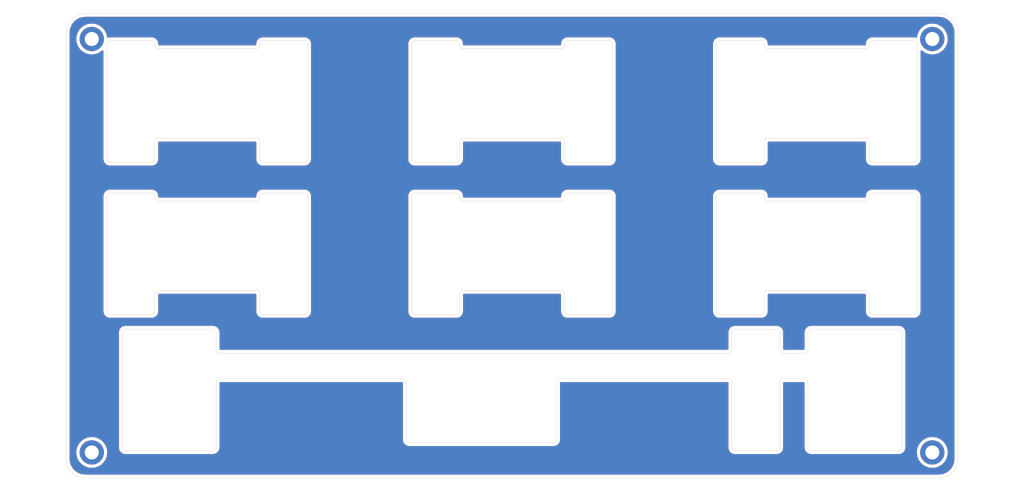
<source format=kicad_pcb>
(kicad_pcb (version 20171130) (host pcbnew "(5.1.10)-1")
  (layers (0 F.Cu signal) (31 B.Cu signal) (34 B.Paste user) (35 F.Paste user) (36 B.SilkS user) (37 F.SilkS user) (38 B.Mask user) (39 F.Mask user) (44 Edge.Cuts user))
  (net 0 "")
  (module MountingHole:MountingHole_2.2mm_M2_DIN965_Pad (layer F.Cu) (at 196.612 59.225)
    (fp_text reference REF** hide)
    (fp_text value MountingHole_2.2mm_M2_DIN965_Pad)
    (pad 1 thru_hole circle (at 0 0) (size 3.8 3.8) (drill 2.2) (layers *.Cu *.Mask))
  )
  (module MountingHole:MountingHole_2.2mm_M2_DIN965_Pad (layer F.Cu) (at 196.612 123.900001)
    (fp_text reference REF** hide)
    (fp_text value MountingHole_2.2mm_M2_DIN965_Pad)
    (pad 1 thru_hole circle (at 0 0) (size 3.8 3.8) (drill 2.2) (layers *.Cu *.Mask))
  )
  (module MountingHole:MountingHole_2.2mm_M2_DIN965_Pad (layer F.Cu) (at 65.262 123.900001)
    (fp_text reference REF** hide)
    (fp_text value MountingHole_2.2mm_M2_DIN965_Pad)
    (pad 1 thru_hole circle (at 0 0) (size 3.8 3.8) (drill 2.2) (layers *.Cu *.Mask))
  )
  (module MountingHole:MountingHole_2.2mm_M2_DIN965_Pad (layer F.Cu) (at 65.261999 59.225)
    (fp_text reference REF** hide)
    (fp_text value MountingHole_2.2mm_M2_DIN965_Pad)
    (pad 1 thru_hole circle (at 0 0) (size 3.8 3.8) (drill 2.2) (layers *.Cu *.Mask))
  )
  (gr_line (start 191.374999 123.625) (end 177.686999 123.625) (layer Edge.Cuts) (width 0.05))
  (gr_line (start 191.874999 105.125) (end 191.874999 123.125) (layer Edge.Cuts) (width 0.05))
  (gr_line (start 191.374999 104.625) (end 177.686999 104.625) (layer Edge.Cuts) (width 0.05))
  (gr_arc (start 191.374999 105.125) (end 191.874999 105.125) (angle -90) (layer Edge.Cuts) (width 0.05))
  (gr_arc (start 191.374999 123.125) (end 191.374999 123.625) (angle -90) (layer Edge.Cuts) (width 0.05))
  (gr_line (start 177.186999 112.875) (end 177.186999 123.125) (layer Edge.Cuts) (width 0.05))
  (gr_line (start 177.186999 105.125) (end 177.186999 107.875) (layer Edge.Cuts) (width 0.05))
  (gr_arc (start 177.686999 105.125) (end 177.686999 104.625) (angle -90) (layer Edge.Cuts) (width 0.05))
  (gr_arc (start 177.686999 123.125) (end 177.186999 123.125) (angle -90) (layer Edge.Cuts) (width 0.05))
  (gr_line (start 172.786999 112.875) (end 172.786999 123.125001) (layer Edge.Cuts) (width 0.05))
  (gr_line (start 172.786999 105.125001) (end 172.786999 107.875) (layer Edge.Cuts) (width 0.05))
  (gr_line (start 176.686999 108.375) (end 173.286999 108.375) (layer Edge.Cuts) (width 0.05))
  (gr_line (start 176.686999 112.375) (end 173.286999 112.375) (layer Edge.Cuts) (width 0.05))
  (gr_arc (start 176.686999 112.875) (end 177.186999 112.875) (angle -90) (layer Edge.Cuts) (width 0.05))
  (gr_arc (start 176.686999 107.875) (end 176.686999 108.375) (angle -90) (layer Edge.Cuts) (width 0.05))
  (gr_arc (start 173.286999 107.875) (end 172.786999 107.875) (angle -90) (layer Edge.Cuts) (width 0.05))
  (gr_arc (start 173.286999 112.875) (end 173.286999 112.375) (angle -90) (layer Edge.Cuts) (width 0.05))
  (gr_line (start 165.786999 104.625001) (end 172.286999 104.625001) (layer Edge.Cuts) (width 0.05))
  (gr_line (start 165.286999 107.875) (end 165.286999 105.125001) (layer Edge.Cuts) (width 0.05))
  (gr_line (start 165.286999 123.125001) (end 165.286999 112.875) (layer Edge.Cuts) (width 0.05))
  (gr_line (start 165.786999 123.625001) (end 172.286999 123.625001) (layer Edge.Cuts) (width 0.05))
  (gr_arc (start 165.786999 123.125001) (end 165.286999 123.125001) (angle -90) (layer Edge.Cuts) (width 0.05))
  (gr_arc (start 172.286999 123.125001) (end 172.286999 123.625001) (angle -90) (layer Edge.Cuts) (width 0.05))
  (gr_arc (start 172.286999 105.125001) (end 172.786999 105.125001) (angle -90) (layer Edge.Cuts) (width 0.05))
  (gr_arc (start 165.786999 105.125001) (end 165.786999 104.625001) (angle -90) (layer Edge.Cuts) (width 0.05))
  (gr_arc (start 164.786999 107.875) (end 164.786999 108.375) (angle -90) (layer Edge.Cuts) (width 0.05))
  (gr_arc (start 164.786999 112.875) (end 165.286999 112.875) (angle -90) (layer Edge.Cuts) (width 0.05))
  (gr_line (start 164.786999 112.375) (end 138.411999 112.375001) (layer Edge.Cuts) (width 0.05))
  (gr_line (start 114.411999 121.875001) (end 114.411999 112.875001) (layer Edge.Cuts) (width 0.05))
  (gr_line (start 137.411999 122.375001) (end 114.911999 122.375001) (layer Edge.Cuts) (width 0.05))
  (gr_line (start 137.911999 112.875001) (end 137.911999 121.875001) (layer Edge.Cuts) (width 0.05))
  (gr_arc (start 138.411999 112.875001) (end 138.411999 112.375001) (angle -90) (layer Edge.Cuts) (width 0.05))
  (gr_arc (start 137.411999 121.875001) (end 137.411999 122.375001) (angle -90) (layer Edge.Cuts) (width 0.05))
  (gr_arc (start 114.911999 121.875001) (end 114.411999 121.875001) (angle -90) (layer Edge.Cuts) (width 0.05))
  (gr_line (start 164.786999 108.375) (end 85.187 108.375001) (layer Edge.Cuts) (width 0.05))
  (gr_line (start 84.687 107.875001) (end 84.687 105.125001) (layer Edge.Cuts) (width 0.05))
  (gr_line (start 84.687 112.875001) (end 84.687 123.125001) (layer Edge.Cuts) (width 0.05))
  (gr_line (start 113.911999 112.375001) (end 85.187 112.375001) (layer Edge.Cuts) (width 0.05))
  (gr_arc (start 113.911999 112.875001) (end 114.411999 112.875001) (angle -90) (layer Edge.Cuts) (width 0.05))
  (gr_arc (start 85.187 107.875001) (end 84.687 107.875001) (angle -90) (layer Edge.Cuts) (width 0.05))
  (gr_arc (start 85.187 112.875001) (end 85.187 112.375001) (angle -90) (layer Edge.Cuts) (width 0.05))
  (gr_line (start 70.536999 123.625) (end 84.187 123.625001) (layer Edge.Cuts) (width 0.05))
  (gr_arc (start 84.187 123.125001) (end 84.187 123.625001) (angle -90) (layer Edge.Cuts) (width 0.05))
  (gr_line (start 84.187 104.625001) (end 70.536999 104.625) (layer Edge.Cuts) (width 0.05))
  (gr_arc (start 84.187 105.125001) (end 84.687 105.125001) (angle -90) (layer Edge.Cuts) (width 0.05))
  (gr_line (start 70.036999 123.125) (end 70.036999 105.125) (layer Edge.Cuts) (width 0.05))
  (gr_arc (start 70.536999 123.125) (end 70.036999 123.125) (angle -90) (layer Edge.Cuts) (width 0.05))
  (gr_arc (start 70.536999 105.125) (end 70.536999 104.625) (angle -90) (layer Edge.Cuts) (width 0.05))
  (gr_arc (start 163.374001 101.812501) (end 162.874001 101.812501) (angle -90) (layer Edge.Cuts) (width 0.05))
  (gr_line (start 170.374001 83.812501) (end 170.374002 84.0625) (layer Edge.Cuts) (width 0.05))
  (gr_arc (start 169.874001 101.812501) (end 169.874001 102.312501) (angle -90) (layer Edge.Cuts) (width 0.05))
  (gr_arc (start 186.250002 84.062501) (end 186.250002 84.562501) (angle -90) (layer Edge.Cuts) (width 0.05))
  (gr_arc (start 169.874001 83.812501) (end 170.374001 83.812501) (angle -90) (layer Edge.Cuts) (width 0.05))
  (gr_line (start 186.250002 98.562501) (end 170.874002 98.5625) (layer Edge.Cuts) (width 0.05))
  (gr_line (start 163.374001 102.312501) (end 169.874001 102.312501) (layer Edge.Cuts) (width 0.05))
  (gr_line (start 170.374002 99.0625) (end 170.374001 101.812501) (layer Edge.Cuts) (width 0.05))
  (gr_line (start 138.625002 98.562501) (end 123.249002 98.5625) (layer Edge.Cuts) (width 0.05))
  (gr_line (start 68.124 102.312501) (end 74.624 102.312501) (layer Edge.Cuts) (width 0.05))
  (gr_line (start 122.749002 99.0625) (end 122.749001 101.812501) (layer Edge.Cuts) (width 0.05))
  (gr_arc (start 68.124 101.812501) (end 67.624 101.812501) (angle -90) (layer Edge.Cuts) (width 0.05))
  (gr_line (start 91.000001 98.562501) (end 75.624001 98.5625) (layer Edge.Cuts) (width 0.05))
  (gr_line (start 139.125002 84.062501) (end 139.125002 83.812501) (layer Edge.Cuts) (width 0.05))
  (gr_line (start 75.124001 99.0625) (end 75.124 101.812501) (layer Edge.Cuts) (width 0.05))
  (gr_line (start 146.625002 83.812501) (end 146.625002 101.812501) (layer Edge.Cuts) (width 0.05))
  (gr_arc (start 163.374001 83.812501) (end 163.374001 83.312501) (angle -90) (layer Edge.Cuts) (width 0.05))
  (gr_arc (start 74.624 83.812501) (end 75.124 83.812501) (angle -90) (layer Edge.Cuts) (width 0.05))
  (gr_line (start 186.750002 84.062501) (end 186.750002 83.812501) (layer Edge.Cuts) (width 0.05))
  (gr_line (start 115.749001 102.312501) (end 122.249001 102.312501) (layer Edge.Cuts) (width 0.05))
  (gr_arc (start 123.249002 84.0625) (end 122.749002 84.0625) (angle -90) (layer Edge.Cuts) (width 0.05))
  (gr_arc (start 74.624 101.812501) (end 74.624 102.312501) (angle -90) (layer Edge.Cuts) (width 0.05))
  (gr_line (start 163.374001 83.312501) (end 169.874001 83.312501) (layer Edge.Cuts) (width 0.05))
  (gr_line (start 186.750002 101.812501) (end 186.750002 99.062501) (layer Edge.Cuts) (width 0.05))
  (gr_line (start 75.124 83.812501) (end 75.124001 84.0625) (layer Edge.Cuts) (width 0.05))
  (gr_arc (start 91.000001 84.062501) (end 91.000001 84.562501) (angle -90) (layer Edge.Cuts) (width 0.05))
  (gr_line (start 170.874002 84.5625) (end 186.250002 84.562501) (layer Edge.Cuts) (width 0.05))
  (gr_arc (start 123.249002 99.0625) (end 123.249002 98.5625) (angle -90) (layer Edge.Cuts) (width 0.05))
  (gr_arc (start 115.749001 101.812501) (end 115.249001 101.812501) (angle -90) (layer Edge.Cuts) (width 0.05))
  (gr_line (start 115.249001 101.812501) (end 115.249001 83.812501) (layer Edge.Cuts) (width 0.05))
  (gr_line (start 115.749001 83.312501) (end 122.249001 83.312501) (layer Edge.Cuts) (width 0.05))
  (gr_line (start 123.249002 84.5625) (end 138.625002 84.562501) (layer Edge.Cuts) (width 0.05))
  (gr_line (start 139.125002 101.812501) (end 139.125002 99.062501) (layer Edge.Cuts) (width 0.05))
  (gr_arc (start 75.624001 99.0625) (end 75.624001 98.5625) (angle -90) (layer Edge.Cuts) (width 0.05))
  (gr_arc (start 138.625002 99.062501) (end 139.125002 99.062501) (angle -90) (layer Edge.Cuts) (width 0.05))
  (gr_line (start 67.624 101.812501) (end 67.624 83.812501) (layer Edge.Cuts) (width 0.05))
  (gr_arc (start 146.125002 83.812501) (end 146.625002 83.812501) (angle -90) (layer Edge.Cuts) (width 0.05))
  (gr_arc (start 193.750002 83.812501) (end 194.250002 83.812501) (angle -90) (layer Edge.Cuts) (width 0.05))
  (gr_arc (start 75.624001 84.0625) (end 75.124001 84.0625) (angle -90) (layer Edge.Cuts) (width 0.05))
  (gr_line (start 146.125002 102.312501) (end 139.625002 102.312501) (layer Edge.Cuts) (width 0.05))
  (gr_arc (start 139.625002 83.812501) (end 139.625002 83.312501) (angle -90) (layer Edge.Cuts) (width 0.05))
  (gr_arc (start 146.125002 101.812501) (end 146.125002 102.312501) (angle -90) (layer Edge.Cuts) (width 0.05))
  (gr_line (start 92.000001 83.312501) (end 98.500001 83.312501) (layer Edge.Cuts) (width 0.05))
  (gr_line (start 68.124 83.312501) (end 74.624 83.312501) (layer Edge.Cuts) (width 0.05))
  (gr_line (start 98.500001 102.312501) (end 92.000001 102.312501) (layer Edge.Cuts) (width 0.05))
  (gr_arc (start 92.000001 101.812501) (end 91.500001 101.812501) (angle -90) (layer Edge.Cuts) (width 0.05))
  (gr_line (start 122.749001 83.812501) (end 122.749002 84.0625) (layer Edge.Cuts) (width 0.05))
  (gr_line (start 139.625002 83.312501) (end 146.125002 83.312501) (layer Edge.Cuts) (width 0.05))
  (gr_arc (start 115.749001 83.812501) (end 115.749001 83.312501) (angle -90) (layer Edge.Cuts) (width 0.05))
  (gr_arc (start 170.874002 99.0625) (end 170.874002 98.5625) (angle -90) (layer Edge.Cuts) (width 0.05))
  (gr_line (start 99.000001 83.812501) (end 99.000001 101.812501) (layer Edge.Cuts) (width 0.05))
  (gr_line (start 194.250002 83.812501) (end 194.250002 101.812501) (layer Edge.Cuts) (width 0.05))
  (gr_line (start 91.500001 101.812501) (end 91.500001 99.062501) (layer Edge.Cuts) (width 0.05))
  (gr_arc (start 92.000001 83.812501) (end 92.000001 83.312501) (angle -90) (layer Edge.Cuts) (width 0.05))
  (gr_line (start 193.750002 102.312501) (end 187.250002 102.312501) (layer Edge.Cuts) (width 0.05))
  (gr_arc (start 187.250002 101.812501) (end 186.750002 101.812501) (angle -90) (layer Edge.Cuts) (width 0.05))
  (gr_arc (start 68.124 83.812501) (end 68.124 83.312501) (angle -90) (layer Edge.Cuts) (width 0.05))
  (gr_arc (start 91.000001 99.062501) (end 91.500001 99.062501) (angle -90) (layer Edge.Cuts) (width 0.05))
  (gr_line (start 75.624001 84.5625) (end 91.000001 84.562501) (layer Edge.Cuts) (width 0.05))
  (gr_arc (start 122.249001 83.812501) (end 122.749001 83.812501) (angle -90) (layer Edge.Cuts) (width 0.05))
  (gr_arc (start 98.500001 83.812501) (end 99.000001 83.812501) (angle -90) (layer Edge.Cuts) (width 0.05))
  (gr_arc (start 139.625002 101.812501) (end 139.125002 101.812501) (angle -90) (layer Edge.Cuts) (width 0.05))
  (gr_arc (start 98.500001 101.812501) (end 98.500001 102.312501) (angle -90) (layer Edge.Cuts) (width 0.05))
  (gr_arc (start 187.250002 83.812501) (end 187.250002 83.312501) (angle -90) (layer Edge.Cuts) (width 0.05))
  (gr_line (start 91.500001 84.062501) (end 91.500001 83.812501) (layer Edge.Cuts) (width 0.05))
  (gr_line (start 162.874001 101.812501) (end 162.874001 83.812501) (layer Edge.Cuts) (width 0.05))
  (gr_arc (start 170.874002 84.0625) (end 170.374002 84.0625) (angle -90) (layer Edge.Cuts) (width 0.05))
  (gr_arc (start 138.625002 84.062501) (end 138.625002 84.562501) (angle -90) (layer Edge.Cuts) (width 0.05))
  (gr_line (start 187.250002 83.312501) (end 193.750002 83.312501) (layer Edge.Cuts) (width 0.05))
  (gr_arc (start 122.249001 101.812501) (end 122.249001 102.312501) (angle -90) (layer Edge.Cuts) (width 0.05))
  (gr_arc (start 186.250002 99.062501) (end 186.750002 99.062501) (angle -90) (layer Edge.Cuts) (width 0.05))
  (gr_arc (start 193.750002 101.812501) (end 193.750002 102.312501) (angle -90) (layer Edge.Cuts) (width 0.05))
  (gr_line (start 163.374 78.500001) (end 169.874 78.500001) (layer Edge.Cuts) (width 0.05))
  (gr_arc (start 163.374 78.000001) (end 162.874 78.000001) (angle -90) (layer Edge.Cuts) (width 0.05))
  (gr_line (start 186.250001 74.750001) (end 170.874001 74.75) (layer Edge.Cuts) (width 0.05))
  (gr_line (start 170.374001 75.25) (end 170.374 78.000001) (layer Edge.Cuts) (width 0.05))
  (gr_arc (start 169.874 60.000001) (end 170.374 60.000001) (angle -90) (layer Edge.Cuts) (width 0.05))
  (gr_arc (start 169.874 78.000001) (end 169.874 78.500001) (angle -90) (layer Edge.Cuts) (width 0.05))
  (gr_line (start 170.374 60.000001) (end 170.374001 60.25) (layer Edge.Cuts) (width 0.05))
  (gr_arc (start 186.250001 60.250001) (end 186.250001 60.750001) (angle -90) (layer Edge.Cuts) (width 0.05))
  (gr_arc (start 170.874001 75.25) (end 170.874001 74.75) (angle -90) (layer Edge.Cuts) (width 0.05))
  (gr_line (start 162.874 78.000001) (end 162.874 60.000001) (layer Edge.Cuts) (width 0.05))
  (gr_arc (start 170.874001 60.25) (end 170.374001 60.25) (angle -90) (layer Edge.Cuts) (width 0.05))
  (gr_line (start 187.250001 59.500001) (end 193.750001 59.500001) (layer Edge.Cuts) (width 0.05))
  (gr_line (start 163.374 59.500001) (end 169.874 59.500001) (layer Edge.Cuts) (width 0.05))
  (gr_line (start 193.750001 78.500001) (end 187.250001 78.500001) (layer Edge.Cuts) (width 0.05))
  (gr_arc (start 187.250001 78.000001) (end 186.750001 78.000001) (angle -90) (layer Edge.Cuts) (width 0.05))
  (gr_line (start 194.250001 60.000001) (end 194.250001 78.000001) (layer Edge.Cuts) (width 0.05))
  (gr_line (start 186.750001 78.000001) (end 186.750001 75.250001) (layer Edge.Cuts) (width 0.05))
  (gr_arc (start 187.250001 60.000001) (end 187.250001 59.500001) (angle -90) (layer Edge.Cuts) (width 0.05))
  (gr_arc (start 163.374 60.000001) (end 163.374 59.500001) (angle -90) (layer Edge.Cuts) (width 0.05))
  (gr_arc (start 186.250001 75.250001) (end 186.750001 75.250001) (angle -90) (layer Edge.Cuts) (width 0.05))
  (gr_line (start 170.874001 60.75) (end 186.250001 60.750001) (layer Edge.Cuts) (width 0.05))
  (gr_arc (start 193.750001 60.000001) (end 194.250001 60.000001) (angle -90) (layer Edge.Cuts) (width 0.05))
  (gr_arc (start 193.750001 78.000001) (end 193.750001 78.500001) (angle -90) (layer Edge.Cuts) (width 0.05))
  (gr_line (start 186.750001 60.250001) (end 186.750001 60.000001) (layer Edge.Cuts) (width 0.05))
  (gr_line (start 115.749 78.500001) (end 122.249 78.500001) (layer Edge.Cuts) (width 0.05))
  (gr_arc (start 115.749 78.000001) (end 115.249 78.000001) (angle -90) (layer Edge.Cuts) (width 0.05))
  (gr_line (start 138.625001 74.750001) (end 123.249001 74.75) (layer Edge.Cuts) (width 0.05))
  (gr_line (start 122.749001 75.25) (end 122.749 78.000001) (layer Edge.Cuts) (width 0.05))
  (gr_arc (start 122.249 60.000001) (end 122.749 60.000001) (angle -90) (layer Edge.Cuts) (width 0.05))
  (gr_arc (start 122.249 78.000001) (end 122.249 78.500001) (angle -90) (layer Edge.Cuts) (width 0.05))
  (gr_line (start 122.749 60.000001) (end 122.749001 60.25) (layer Edge.Cuts) (width 0.05))
  (gr_arc (start 138.625001 60.250001) (end 138.625001 60.750001) (angle -90) (layer Edge.Cuts) (width 0.05))
  (gr_arc (start 123.249001 75.25) (end 123.249001 74.75) (angle -90) (layer Edge.Cuts) (width 0.05))
  (gr_line (start 115.249 78.000001) (end 115.249 60.000001) (layer Edge.Cuts) (width 0.05))
  (gr_arc (start 123.249001 60.25) (end 122.749001 60.25) (angle -90) (layer Edge.Cuts) (width 0.05))
  (gr_line (start 139.625001 59.500001) (end 146.125001 59.500001) (layer Edge.Cuts) (width 0.05))
  (gr_line (start 115.749 59.500001) (end 122.249 59.500001) (layer Edge.Cuts) (width 0.05))
  (gr_line (start 146.125001 78.500001) (end 139.625001 78.500001) (layer Edge.Cuts) (width 0.05))
  (gr_arc (start 139.625001 78.000001) (end 139.125001 78.000001) (angle -90) (layer Edge.Cuts) (width 0.05))
  (gr_line (start 146.625001 60.000001) (end 146.625001 78.000001) (layer Edge.Cuts) (width 0.05))
  (gr_line (start 139.125001 78.000001) (end 139.125001 75.250001) (layer Edge.Cuts) (width 0.05))
  (gr_arc (start 139.625001 60.000001) (end 139.625001 59.500001) (angle -90) (layer Edge.Cuts) (width 0.05))
  (gr_arc (start 115.749 60.000001) (end 115.749 59.500001) (angle -90) (layer Edge.Cuts) (width 0.05))
  (gr_arc (start 138.625001 75.250001) (end 139.125001 75.250001) (angle -90) (layer Edge.Cuts) (width 0.05))
  (gr_line (start 123.249001 60.75) (end 138.625001 60.750001) (layer Edge.Cuts) (width 0.05))
  (gr_arc (start 146.125001 60.000001) (end 146.625001 60.000001) (angle -90) (layer Edge.Cuts) (width 0.05))
  (gr_arc (start 146.125001 78.000001) (end 146.125001 78.500001) (angle -90) (layer Edge.Cuts) (width 0.05))
  (gr_line (start 139.125001 60.250001) (end 139.125001 60.000001) (layer Edge.Cuts) (width 0.05))
  (gr_line (start 91 74.750001) (end 75.624 74.75) (layer Edge.Cuts) (width 0.05))
  (gr_line (start 91.5 78.000001) (end 91.5 75.250001) (layer Edge.Cuts) (width 0.05))
  (gr_line (start 98.5 78.500001) (end 92 78.500001) (layer Edge.Cuts) (width 0.05))
  (gr_line (start 99 60.000001) (end 99 78.000001) (layer Edge.Cuts) (width 0.05))
  (gr_line (start 92 59.500001) (end 98.5 59.500001) (layer Edge.Cuts) (width 0.05))
  (gr_line (start 91.5 60.250001) (end 91.5 60.000001) (layer Edge.Cuts) (width 0.05))
  (gr_line (start 75.624 60.75) (end 91 60.750001) (layer Edge.Cuts) (width 0.05))
  (gr_line (start 75.123999 60.000001) (end 75.124 60.25) (layer Edge.Cuts) (width 0.05))
  (gr_line (start 68.123999 59.500001) (end 74.623999 59.500001) (layer Edge.Cuts) (width 0.05))
  (gr_line (start 67.623999 78.000001) (end 67.623999 60.000001) (layer Edge.Cuts) (width 0.05))
  (gr_line (start 75.124 75.25) (end 75.123999 78.000001) (layer Edge.Cuts) (width 0.05))
  (gr_line (start 68.123999 78.500001) (end 74.623999 78.500001) (layer Edge.Cuts) (width 0.05))
  (gr_arc (start 75.624 75.25) (end 75.624 74.75) (angle -90) (layer Edge.Cuts) (width 0.05))
  (gr_arc (start 75.624 60.25) (end 75.124 60.25) (angle -90) (layer Edge.Cuts) (width 0.05))
  (gr_arc (start 91 60.250001) (end 91 60.750001) (angle -90) (layer Edge.Cuts) (width 0.05))
  (gr_arc (start 91 75.250001) (end 91.5 75.250001) (angle -90) (layer Edge.Cuts) (width 0.05))
  (gr_arc (start 92 60.000001) (end 92 59.500001) (angle -90) (layer Edge.Cuts) (width 0.05))
  (gr_arc (start 98.5 60.000001) (end 99 60.000001) (angle -90) (layer Edge.Cuts) (width 0.05))
  (gr_arc (start 98.5 78.000001) (end 98.5 78.500001) (angle -90) (layer Edge.Cuts) (width 0.05))
  (gr_arc (start 92 78.000001) (end 91.5 78.000001) (angle -90) (layer Edge.Cuts) (width 0.05))
  (gr_arc (start 74.623999 78.000001) (end 74.623999 78.500001) (angle -90) (layer Edge.Cuts) (width 0.05))
  (gr_arc (start 68.123999 78.000001) (end 67.623999 78.000001) (angle -90) (layer Edge.Cuts) (width 0.05))
  (gr_arc (start 74.623999 60.000001) (end 75.123999 60.000001) (angle -90) (layer Edge.Cuts) (width 0.05))
  (gr_arc (start 68.123999 60.000001) (end 68.123999 59.500001) (angle -90) (layer Edge.Cuts) (width 0.05))
  (gr_line (start 200.612 124.900001) (end 200.612 58.225) (layer Edge.Cuts) (width 0.05))
  (gr_line (start 64.262 127.900001) (end 197.612 127.900001) (layer Edge.Cuts) (width 0.05))
  (gr_line (start 61.261999 58.225) (end 61.262 124.900001) (layer Edge.Cuts) (width 0.05))
  (gr_line (start 197.612 55.225) (end 64.261999 55.225) (layer Edge.Cuts) (width 0.05))
  (gr_arc (start 197.612 58.225) (end 200.612 58.225) (angle -90) (layer Edge.Cuts) (width 0.05))
  (gr_arc (start 197.612 124.900001) (end 197.612 127.900001) (angle -90) (layer Edge.Cuts) (width 0.05))
  (gr_arc (start 64.262 124.900001) (end 61.262 124.900001) (angle -90) (layer Edge.Cuts) (width 0.05))
  (gr_arc (start 64.261999 58.225) (end 64.261999 55.225) (angle -90) (layer Edge.Cuts) (width 0.05))
  (zone (net 0) (net_name "") (layer F.Cu) (connect_pads (clearance 0.508)) (min_thickness 0.254) (fill yes (arc_segments 32) (thermal_gap 0.508) (thermal_bridge_width 0.508))
    (polygon (pts (xy 202.374999 129.125) (xy 60.374999 129.125) (xy 60.374999 53.125) (xy 202.374999 53.125)))
  )
  (zone (net 0) (net_name "") (layer B.Cu) (connect_pads (clearance 0.508)) (min_thickness 0.254) (fill yes (arc_segments 32) (thermal_gap 0.508) (thermal_bridge_width 0.508))
    (polygon (pts (xy 202.374999 129.125) (xy 60.374999 129.125) (xy 60.374999 53.125) (xy 202.374999 53.125)))
  )
)
</source>
